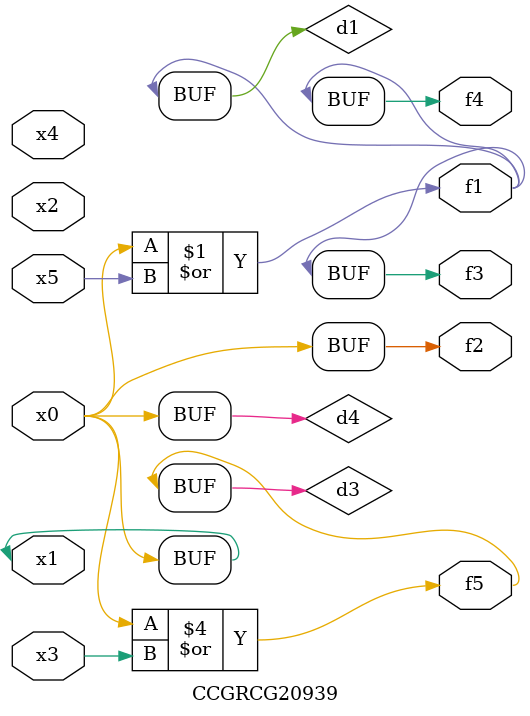
<source format=v>
module CCGRCG20939(
	input x0, x1, x2, x3, x4, x5,
	output f1, f2, f3, f4, f5
);

	wire d1, d2, d3, d4;

	or (d1, x0, x5);
	xnor (d2, x1, x4);
	or (d3, x0, x3);
	buf (d4, x0, x1);
	assign f1 = d1;
	assign f2 = d4;
	assign f3 = d1;
	assign f4 = d1;
	assign f5 = d3;
endmodule

</source>
